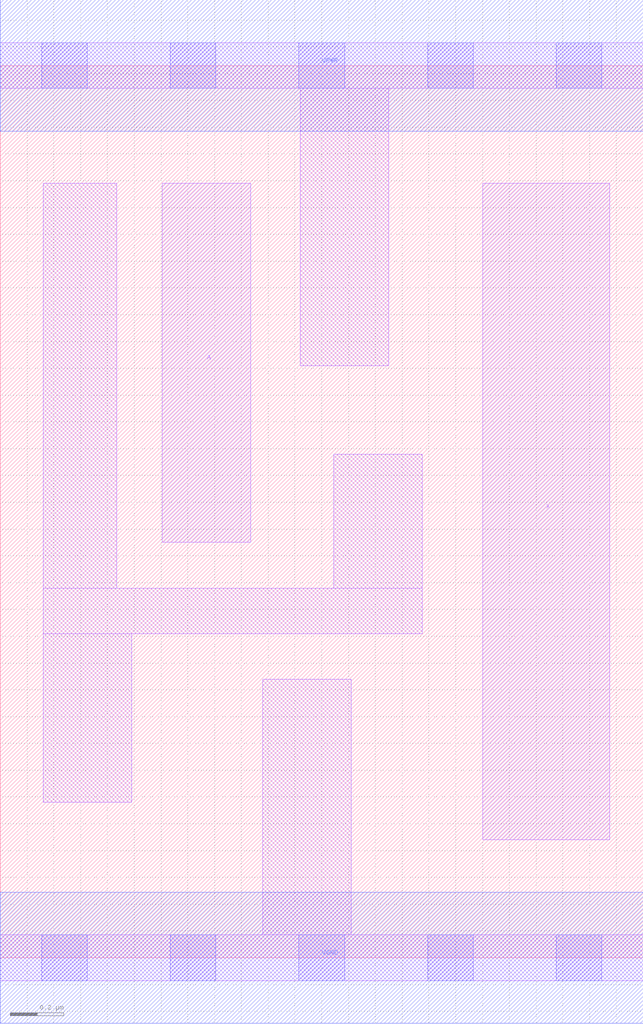
<source format=lef>
# Copyright 2020 The SkyWater PDK Authors
#
# Licensed under the Apache License, Version 2.0 (the "License");
# you may not use this file except in compliance with the License.
# You may obtain a copy of the License at
#
#     https://www.apache.org/licenses/LICENSE-2.0
#
# Unless required by applicable law or agreed to in writing, software
# distributed under the License is distributed on an "AS IS" BASIS,
# WITHOUT WARRANTIES OR CONDITIONS OF ANY KIND, either express or implied.
# See the License for the specific language governing permissions and
# limitations under the License.
#
# SPDX-License-Identifier: Apache-2.0

VERSION 5.7 ;
  NAMESCASESENSITIVE ON ;
  NOWIREEXTENSIONATPIN ON ;
  DIVIDERCHAR "/" ;
  BUSBITCHARS "[]" ;
UNITS
  DATABASE MICRONS 200 ;
END UNITS
MACRO sky130_fd_sc_lp__buflp_0
  CLASS CORE ;
  SOURCE USER ;
  FOREIGN sky130_fd_sc_lp__buflp_0 ;
  ORIGIN  0.000000  0.000000 ;
  SIZE  2.400000 BY  3.330000 ;
  SYMMETRY X Y R90 ;
  SITE unit ;
  PIN A
    ANTENNAGATEAREA  0.252000 ;
    DIRECTION INPUT ;
    USE SIGNAL ;
    PORT
      LAYER li1 ;
        RECT 0.605000 1.550000 0.935000 2.890000 ;
    END
  END A
  PIN X
    ANTENNADIFFAREA  0.302100 ;
    DIRECTION OUTPUT ;
    USE SIGNAL ;
    PORT
      LAYER li1 ;
        RECT 1.800000 0.440000 2.275000 2.890000 ;
    END
  END X
  PIN VGND
    DIRECTION INOUT ;
    USE GROUND ;
    PORT
      LAYER met1 ;
        RECT 0.000000 -0.245000 2.400000 0.245000 ;
    END
  END VGND
  PIN VPWR
    DIRECTION INOUT ;
    USE POWER ;
    PORT
      LAYER met1 ;
        RECT 0.000000 3.085000 2.400000 3.575000 ;
    END
  END VPWR
  OBS
    LAYER li1 ;
      RECT 0.000000 -0.085000 2.400000 0.085000 ;
      RECT 0.000000  3.245000 2.400000 3.415000 ;
      RECT 0.160000  0.580000 0.490000 1.210000 ;
      RECT 0.160000  1.210000 1.575000 1.380000 ;
      RECT 0.160000  1.380000 0.435000 2.890000 ;
      RECT 0.980000  0.085000 1.310000 1.040000 ;
      RECT 1.120000  2.210000 1.450000 3.245000 ;
      RECT 1.245000  1.380000 1.575000 1.880000 ;
    LAYER mcon ;
      RECT 0.155000 -0.085000 0.325000 0.085000 ;
      RECT 0.155000  3.245000 0.325000 3.415000 ;
      RECT 0.635000 -0.085000 0.805000 0.085000 ;
      RECT 0.635000  3.245000 0.805000 3.415000 ;
      RECT 1.115000 -0.085000 1.285000 0.085000 ;
      RECT 1.115000  3.245000 1.285000 3.415000 ;
      RECT 1.595000 -0.085000 1.765000 0.085000 ;
      RECT 1.595000  3.245000 1.765000 3.415000 ;
      RECT 2.075000 -0.085000 2.245000 0.085000 ;
      RECT 2.075000  3.245000 2.245000 3.415000 ;
  END
END sky130_fd_sc_lp__buflp_0

</source>
